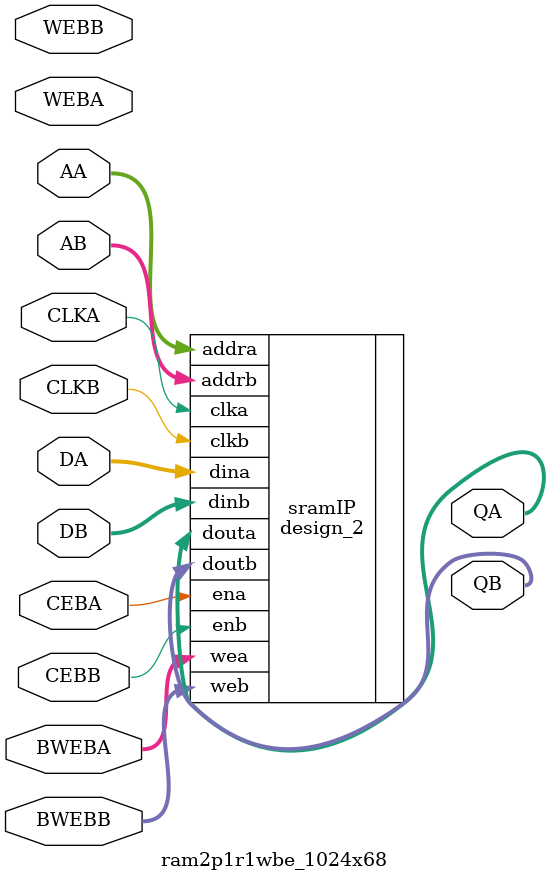
<source format=sv>

module ram2p1r1wbe_1024x68( 
  input  logic          CLKA, 
  input  logic          CLKB, 
  input  logic          CEBA, 
  input  logic          CEBB, 
  input  logic          WEBA,
  input  logic          WEBB,
  input  logic [9:0]    AA, 
  input  logic [9:0]    AB, 
  input  logic [67:0]   DA,
  input  logic [67:0]   DB,
  input  logic [67:0]   BWEBA, 
  input  logic [67:0]   BWEBB, 
  output logic [67:0]   QA,
  output logic [67:0]   QB
);

 design_2  sramIP
   (.addra(AA),
    .addrb(AB),
    .clka(CLKA),
    .clkb(CLKB),
    .dina(DA),
    .dinb(DB),
    .douta(QA),
    .doutb(QB),
    .ena(CEBA),
    .enb(CEBB),
    .wea(BWEBA),
    .web(BWEBB));

//BY SISA
   // replace "generic1024x68RAM" with "TSDN..1024X68.." module from your memory vendor
   //generic1024x68RAM sramIP (.CLKA, .CLKB, .CEBA, .CEBB, .WEBA, .WEBB, 
   //         .AA, .AB, .DA, .DB, .BWEBA, .BWEBB, .QA, .QB);
 // TSDN28HPCPA1024X68M4MW sramIP(.CLKA, .CLKB, .CEBA, .CEBB, .WEBA, .WEBB, 
   // .AA, .AB, .DA, .DB, .BWEBA, .BWEBB, .QA, .QB);

endmodule

</source>
